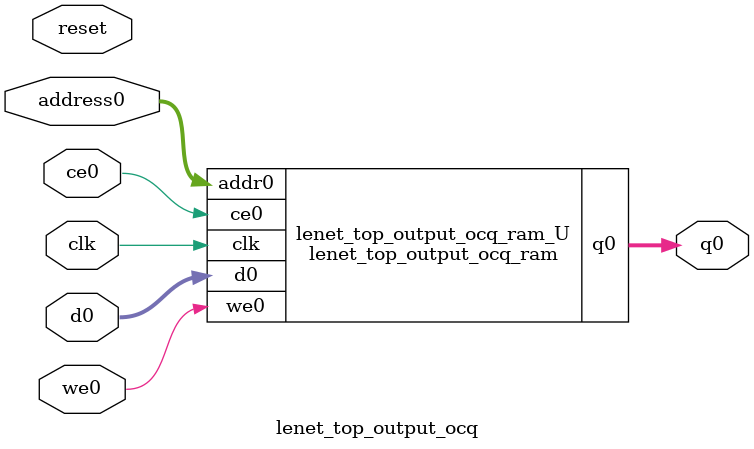
<source format=v>
`timescale 1 ns / 1 ps
module lenet_top_output_ocq_ram (addr0, ce0, d0, we0, q0,  clk);

parameter DWIDTH = 32;
parameter AWIDTH = 4;
parameter MEM_SIZE = 10;

input[AWIDTH-1:0] addr0;
input ce0;
input[DWIDTH-1:0] d0;
input we0;
output reg[DWIDTH-1:0] q0;
input clk;

(* ram_style = "distributed" *)reg [DWIDTH-1:0] ram[0:MEM_SIZE-1];




always @(posedge clk)  
begin 
    if (ce0) 
    begin
        if (we0) 
        begin 
            ram[addr0] <= d0; 
        end 
        q0 <= ram[addr0];
    end
end


endmodule

`timescale 1 ns / 1 ps
module lenet_top_output_ocq(
    reset,
    clk,
    address0,
    ce0,
    we0,
    d0,
    q0);

parameter DataWidth = 32'd32;
parameter AddressRange = 32'd10;
parameter AddressWidth = 32'd4;
input reset;
input clk;
input[AddressWidth - 1:0] address0;
input ce0;
input we0;
input[DataWidth - 1:0] d0;
output[DataWidth - 1:0] q0;



lenet_top_output_ocq_ram lenet_top_output_ocq_ram_U(
    .clk( clk ),
    .addr0( address0 ),
    .ce0( ce0 ),
    .we0( we0 ),
    .d0( d0 ),
    .q0( q0 ));

endmodule


</source>
